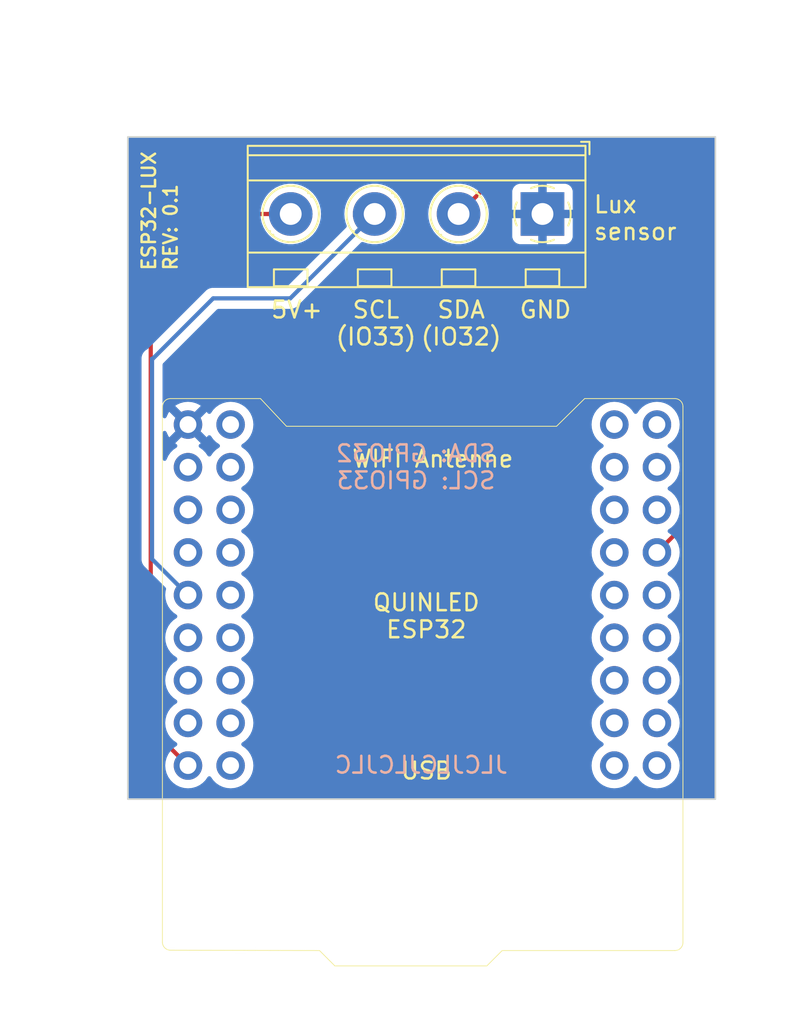
<source format=kicad_pcb>
(kicad_pcb (version 20240108) (generator "pcbnew") (generator_version "8.0")
  (layers (0 "F.Cu" signal) (31 "B.Cu" signal) (34 "B.Paste" user) (35 "F.Paste" user) (36 "B.SilkS" user "B.Silkscreen") (37 "F.SilkS" user "F.Silkscreen") (38 "B.Mask" user) (39 "F.Mask" user) (44 "Edge.Cuts" user))
  (net 0 "")
  (net 1 "GND")
  (net 2 "GPIO33")
  (net 5 "GPIO32")
  (net 9 "+5V")
  (footprint "QuinLED-ESP32:QuinLED-ESP32" (layer "F.Cu") (at 142.112393 93.220133)
    (property "Reference" "U1" (hide yes))
    (property "Value" "QuinLED-ESP32")
    (fp_line (start -15.5956 -15.6464) (end -15.5956 16.26108) (stroke (width 0.05)) (layer "F.SilkS"))
    (fp_line (start -15.113 -16.129) (end -9.7536 -16.129) (stroke (width 0.05)) (layer "F.SilkS"))
    (fp_line (start -15.113 16.74368) (end -6.2357 16.764) (stroke (width 0.05)) (layer "F.SilkS"))
    (fp_line (start -9.7536 -16.129) (end -8.2042 -14.478) (stroke (width 0.05)) (layer "F.SilkS"))
    (fp_line (start -8.2042 -14.478) (end 7.8867 -14.478) (stroke (width 0.05)) (layer "F.SilkS"))
    (fp_line (start -5.3213 17.6784) (end -6.2357 16.764) (stroke (width 0.05)) (layer "F.SilkS"))
    (fp_line (start -5.3213 17.6784) (end 3.7338 17.6784) (stroke (width 0.05)) (layer "F.SilkS"))
    (fp_line (start 3.7338 17.6784) (end 4.6482 16.764) (stroke (width 0.05)) (layer "F.SilkS"))
    (fp_line (start 4.6482 16.764) (end 14.9352 16.764) (stroke (width 0.05)) (layer "F.SilkS"))
    (fp_line (start 7.8867 -14.478) (end 9.5631 -16.129) (stroke (width 0.05)) (layer "F.SilkS"))
    (fp_line (start 9.5631 -16.129) (end 14.9352 -16.129) (stroke (width 0.05)) (layer "F.SilkS"))
    (fp_line (start 15.4178 -15.6464) (end 15.4178 16.2814) (stroke (width 0.05)) (layer "F.SilkS"))
    (fp_arc (start -15.5956 -15.6464) (mid -15.45425 -15.98765) (end -15.113 -16.129) (stroke (width 0.05)) (layer "F.SilkS"))
    (fp_arc (start -15.113 16.74368) (mid -15.45425 16.60233) (end -15.5956 16.26108) (stroke (width 0.05)) (layer "F.SilkS"))
    (fp_arc (start 14.9352 -16.129) (mid 15.27645 -15.98765) (end 15.4178 -15.6464) (stroke (width 0.05)) (layer "F.SilkS"))
    (fp_arc (start 15.4178 16.2814) (mid 15.27645 16.62265) (end 14.9352 16.764) (stroke (width 0.05)) (layer "F.SilkS"))
    (pad "1" thru_hole circle (at -14.0716 -14.5796) (size 1.7 1.7) (drill 1) (layers "*.Cu" "*.Mask") (net 1 "GND"))
    (pad "2" thru_hole circle (at -14.0716 -12.0396) (size 1.7 1.7) (drill 1) (layers "*.Cu" "*.Mask"))
    (pad "3" thru_hole circle (at -14.0716 -9.4996) (size 1.7 1.7) (drill 1) (layers "*.Cu" "*.Mask"))
    (pad "4" thru_hole circle (at -14.0716 -6.9596) (size 1.7 1.7) (drill 1) (layers "*.Cu" "*.Mask"))
    (pad "5" thru_hole circle (at -14.0716 -4.4196) (size 1.7 1.7) (drill 1) (layers "*.Cu" "*.Mask") (net 2 "GPIO33"))
    (pad "6" thru_hole circle (at -14.0716 -1.8796) (size 1.7 1.7) (drill 1) (layers "*.Cu" "*.Mask"))
    (pad "7" thru_hole circle (at -14.0716 0.6604) (size 1.7 1.7) (drill 1) (layers "*.Cu" "*.Mask"))
    (pad "8" thru_hole circle (at -14.0716 3.2004) (size 1.7 1.7) (drill 1) (layers "*.Cu" "*.Mask"))
    (pad "9" thru_hole circle (at -14.0716 5.7404) (size 1.7 1.7) (drill 1) (layers "*.Cu" "*.Mask") (net 9 "+5V"))
    (pad "10" thru_hole circle (at -11.5316 -14.5796) (size 1.7 1.7) (drill 1) (layers "*.Cu" "*.Mask"))
    (pad "11" thru_hole circle (at -11.5316 -12.0396) (size 1.7 1.7) (drill 1) (layers "*.Cu" "*.Mask"))
    (pad "12" thru_hole circle (at -11.5316 -9.4996) (size 1.7 1.7) (drill 1) (layers "*.Cu" "*.Mask"))
    (pad "13" thru_hole circle (at -11.5316 -6.9596) (size 1.7 1.7) (drill 1) (layers "*.Cu" "*.Mask"))
    (pad "14" thru_hole circle (at -11.5316 -4.4196) (size 1.7 1.7) (drill 1) (layers "*.Cu" "*.Mask"))
    (pad "15" thru_hole circle (at -11.5316 -1.8796) (size 1.7 1.7) (drill 1) (layers "*.Cu" "*.Mask"))
    (pad "16" thru_hole circle (at -11.5316 0.6604) (size 1.7 1.7) (drill 1) (layers "*.Cu" "*.Mask"))
    (pad "17" thru_hole circle (at -11.5316 3.2004) (size 1.7 1.7) (drill 1) (layers "*.Cu" "*.Mask"))
    (pad "18" thru_hole circle (at -11.5316 5.7404) (size 1.7 1.7) (drill 1) (layers "*.Cu" "*.Mask"))
    (pad "19" thru_hole circle (at 11.3284 -14.5796) (size 1.7 1.7) (drill 1) (layers "*.Cu" "*.Mask"))
    (pad "20" thru_hole circle (at 11.3284 -12.0396) (size 1.7 1.7) (drill 1) (layers "*.Cu" "*.Mask"))
    (pad "21" thru_hole circle (at 11.3284 -9.4996) (size 1.7 1.7) (drill 1) (layers "*.Cu" "*.Mask"))
    (pad "22" thru_hole circle (at 11.3284 -6.9596) (size 1.7 1.7) (drill 1) (layers "*.Cu" "*.Mask"))
    (pad "23" thru_hole circle (at 11.3284 -4.4196) (size 1.7 1.7) (drill 1) (layers "*.Cu" "*.Mask"))
    (pad "24" thru_hole circle (at 11.3284 -1.8796) (size 1.7 1.7) (drill 1) (layers "*.Cu" "*.Mask"))
    (pad "25" thru_hole circle (at 11.3284 0.6604) (size 1.7 1.7) (drill 1) (layers "*.Cu" "*.Mask"))
    (pad "26" thru_hole circle (at 11.3284 3.2004) (size 1.7 1.7) (drill 1) (layers "*.Cu" "*.Mask"))
    (pad "27" thru_hole circle (at 11.3284 5.7404) (size 1.7 1.7) (drill 1) (layers "*.Cu" "*.Mask"))
    (pad "28" thru_hole circle (at 13.8684 -14.5796) (size 1.7 1.7) (drill 1) (layers "*.Cu" "*.Mask"))
    (pad "29" thru_hole circle (at 13.8684 -12.0396) (size 1.7 1.7) (drill 1) (layers "*.Cu" "*.Mask"))
    (pad "30" thru_hole circle (at 13.8684 -9.4996) (size 1.7 1.7) (drill 1) (layers "*.Cu" "*.Mask"))
    (pad "31" thru_hole circle (at 13.8684 -6.9596) (size 1.7 1.7) (drill 1) (layers "*.Cu" "*.Mask") (net 5 "GPIO32"))
    (pad "32" thru_hole circle (at 13.8684 -4.4196) (size 1.7 1.7) (drill 1) (layers "*.Cu" "*.Mask"))
    (pad "33" thru_hole circle (at 13.8684 -1.8796) (size 1.7 1.7) (drill 1) (layers "*.Cu" "*.Mask"))
    (pad "34" thru_hole circle (at 13.8684 0.6604) (size 1.7 1.7) (drill 1) (layers "*.Cu" "*.Mask"))
    (pad "35" thru_hole circle (at 13.8684 3.2004) (size 1.7 1.7) (drill 1) (layers "*.Cu" "*.Mask"))
    (pad "36" thru_hole circle (at 13.8684 5.7404) (size 1.7 1.7) (drill 1) (layers "*.Cu" "*.Mask"))
  )
  (footprint "TerminalBlock_MetzConnect:TerminalBlock_MetzConnect_Type094_RT03504HBLU_1x04_P5.00mm_Horizontal" (layer "F.Cu") (at 149.16101 66.091422 180)
    (property "Reference" "J1" (hide yes))
    (property "Value" "Screw_Terminal_01x04")
    (fp_line (start 17.561 -4.36) (end 17.561 4.06) (stroke (width 0.12)) (layer "F.SilkS"))
    (fp_line (start 16.275 -1.069) (end 16.228 -1.023) (stroke (width 0.12)) (layer "F.SilkS"))
    (fp_line (start 16.07 -1.275) (end 16.035 -1.239) (stroke (width 0.12)) (layer "F.SilkS"))
    (fp_line (start 16 -4.3) (end 16 -3.3) (stroke (width 0.12)) (layer "F.SilkS"))
    (fp_line (start 14 -3.3) (end 16 -3.3) (stroke (width 0.12)) (layer "F.SilkS"))
    (fp_line (start 14 -4.3) (end 16 -4.3) (stroke (width 0.12)) (layer "F.SilkS"))
    (fp_line (start 14 -4.3) (end 14 -3.3) (stroke (width 0.12)) (layer "F.SilkS"))
    (fp_line (start 13.966 1.239) (end 13.931 1.274) (stroke (width 0.12)) (layer "F.SilkS"))
    (fp_line (start 13.773 1.023) (end 13.726 1.069) (stroke (width 0.12)) (layer "F.SilkS"))
    (fp_line (start 11.275 -1.069) (end 11.228 -1.023) (stroke (width 0.12)) (layer "F.SilkS"))
    (fp_line (start 11.07 -1.275) (end 11.035 -1.239) (stroke (width 0.12)) (layer "F.SilkS"))
    (fp_line (start 11 -4.3) (end 11 -3.3) (stroke (width 0.12)) (layer "F.SilkS"))
    (fp_line (start 9 -3.3) (end 11 -3.3) (stroke (width 0.12)) (layer "F.SilkS"))
    (fp_line (start 9 -4.3) (end 11 -4.3) (stroke (width 0.12)) (layer "F.SilkS"))
    (fp_line (start 9 -4.3) (end 9 -3.3) (stroke (width 0.12)) (layer "F.SilkS"))
    (fp_line (start 8.966 1.239) (end 8.931 1.274) (stroke (width 0.12)) (layer "F.SilkS"))
    (fp_line (start 8.773 1.023) (end 8.726 1.069) (stroke (width 0.12)) (layer "F.SilkS"))
    (fp_line (start 6.275 -1.069) (end 6.228 -1.023) (stroke (width 0.12)) (layer "F.SilkS"))
    (fp_line (start 6.07 -1.275) (end 6.035 -1.239) (stroke (width 0.12)) (layer "F.SilkS"))
    (fp_line (start 6 -4.3) (end 6 -3.3) (stroke (width 0.12)) (layer "F.SilkS"))
    (fp_line (start 4 -3.3) (end 6 -3.3) (stroke (width 0.12)) (layer "F.SilkS"))
    (fp_line (start 4 -4.3) (end 6 -4.3) (stroke (width 0.12)) (layer "F.SilkS"))
    (fp_line (start 4 -4.3) (end 4 -3.3) (stroke (width 0.12)) (layer "F.SilkS"))
    (fp_line (start 3.966 1.239) (end 3.931 1.274) (stroke (width 0.12)) (layer "F.SilkS"))
    (fp_line (start 3.773 1.023) (end 3.726 1.069) (stroke (width 0.12)) (layer "F.SilkS"))
    (fp_line (start 1 -4.3) (end 1 -3.3) (stroke (width 0.12)) (layer "F.SilkS"))
    (fp_line (start -1 -3.3) (end 1 -3.3) (stroke (width 0.12)) (layer "F.SilkS"))
    (fp_line (start -1 -4.3) (end 1 -4.3) (stroke (width 0.12)) (layer "F.SilkS"))
    (fp_line (start -1 -4.3) (end -1 -3.3) (stroke (width 0.12)) (layer "F.SilkS"))
    (fp_line (start -2.56 4.06) (end 17.561 4.06) (stroke (width 0.12)) (layer "F.SilkS"))
    (fp_line (start -2.56 3.5) (end 17.561 3.5) (stroke (width 0.12)) (layer "F.SilkS"))
    (fp_line (start -2.56 2) (end 17.561 2) (stroke (width 0.12)) (layer "F.SilkS"))
    (fp_line (start -2.56 -2.301) (end 17.561 -2.301) (stroke (width 0.12)) (layer "F.SilkS"))
    (fp_line (start -2.56 -4.36) (end 17.561 -4.36) (stroke (width 0.12)) (layer "F.SilkS"))
    (fp_line (start -2.56 -4.36) (end -2.56 4.06) (stroke (width 0.12)) (layer "F.SilkS"))
    (fp_line (start -2.8 4.3) (end -2.3 4.3) (stroke (width 0.12)) (layer "F.SilkS"))
    (fp_line (start -2.8 3.56) (end -2.8 4.3) (stroke (width 0.12)) (layer "F.SilkS"))
    (fp_arc (start 1.535427 -0.683042) (mid 1.680501 0.000524) (end 1.535 0.684) (stroke (width 0.12)) (layer "F.SilkS"))
    (fp_arc (start 0.683318 1.534756) (mid 0.349292 1.643288) (end 0 1.68) (stroke (width 0.12)) (layer "F.SilkS"))
    (fp_arc (start 0.028805 1.680253) (mid -0.335551 1.646659) (end -0.684 1.535) (stroke (width 0.12)) (layer "F.SilkS"))
    (fp_arc (start -0.683042 -1.535427) (mid 0.000524 -1.680501) (end 0.684 -1.535) (stroke (width 0.12)) (layer "F.SilkS"))
    (fp_arc (start -1.535427 0.683042) (mid -1.680501 -0.000524) (end -1.535 -0.684) (stroke (width 0.12)) (layer "F.SilkS"))
    (fp_circle (center 15 0) (end 16.68 0) (stroke (width 0.12)) (fill none) (layer "F.SilkS"))
    (fp_circle (center 10 0) (end 11.68 0) (stroke (width 0.12)) (fill none) (layer "F.SilkS"))
    (fp_circle (center 5 0) (end 6.68 0) (stroke (width 0.12)) (fill none) (layer "F.SilkS"))
    (pad "1" thru_hole rect (at 0 0 180) (size 2.6 2.6) (drill 1.3) (layers "*.Cu" "*.Mask") (net 1 "GND"))
    (pad "2" thru_hole circle (at 5 0 180) (size 2.6 2.6) (drill 1.3) (layers "*.Cu" "*.Mask") (net 5 "GPIO32"))
    (pad "3" thru_hole circle (at 10 0 180) (size 2.6 2.6) (drill 1.3) (layers "*.Cu" "*.Mask") (net 2 "GPIO33"))
    (pad "4" thru_hole circle (at 15 0 180) (size 2.6 2.6) (drill 1.3) (layers "*.Cu" "*.Mask") (net 9 "+5V"))
  )
  (gr_rect (start 124.46 61.500763) (end 159.46 100.96) (stroke (width 0.1)) (fill none) (layer "Edge.Cuts"))
  (gr_text "SDA: GPIO32\nSCL: GPIO33" (at 146.443963 82.56007 0) (layer "B.SilkS") (effects (font (size 1 1)) (justify left bottom mirror)))
  (gr_text "JLCJLCJLCJLC" (at 147.178601 99.509164 0) (layer "B.SilkS") (effects (font (size 1 1)) (justify left bottom mirror)))
  (gr_text "SDA\n(IO32)" (at 144.316808 73.992392 0) (layer "F.SilkS") (effects (font (size 1 1)) (justify bottom)))
  (gr_text "Lux\nsensor" (at 152.138942 67.722238 0) (layer "F.SilkS") (effects (font (size 1 1)) (justify left bottom)))
  (gr_text "USB" (at 140.647747 99.854277 0) (layer "F.SilkS") (effects (font (size 1 1)) (justify left bottom)))
  (gr_text "SCL\n(IO33)" (at 139.240164 73.992392 0) (layer "F.SilkS") (effects (font (size 1 1)) (justify bottom)))
  (gr_text "QUINLED\nESP32" (at 142.24 91.44 0) (layer "F.SilkS") (effects (font (size 1 1)) (justify bottom)))
  (gr_text "ESP32-LUX\nREV: 0.1" (at 127.469482 69.532814 90) (layer "F.SilkS") (effects (font (size 0.8 0.8)) (justify left bottom)))
  (gr_text "WIFI Antenne" (at 137.742379 81.269185 0) (layer "F.SilkS") (effects (font (size 1 1)) (justify left bottom)))
  (gr_text "5V+" (at 132.903058 72.382448 0) (layer "F.SilkS") (effects (font (size 1 1)) (justify left bottom)))
  (gr_text "GND" (at 147.715223 72.382448 0) (layer "F.SilkS") (effects (font (size 1 1)) (justify left bottom)))
  (segment (start 129.54 71.12) (end 134.132432 71.12) (width 0.25) (layer "B.Cu") (net 2))
  (segment (start 134.132432 71.12) (end 139.16101 66.091422) (width 0.25) (layer "B.Cu") (net 2))
  (segment (start 125.898014 86.657754) (end 128.040793 88.800533) (width 0.25) (layer "B.Cu") (net 2))
  (segment (start 129.54 71.12) (end 125.944708 74.715292) (width 0.25) (layer "B.Cu") (net 2))
  (segment (start 125.898014 74.715292) (end 125.898014 86.657754) (width 0.25) (layer "B.Cu") (net 2))
  (segment (start 125.944708 74.715292) (end 125.898014 74.715292) (width 0.25) (layer "B.Cu") (net 2))
  (segment (start 158.348524 66.908524) (end 154.543098 63.103098) (width 0.25) (layer "F.Cu") (net 5))
  (segment (start 154.543098 63.103098) (end 147.149334 63.103098) (width 0.25) (layer "F.Cu") (net 5))
  (segment (start 147.149334 63.103098) (end 144.16101 66.091422) (width 0.25) (layer "F.Cu") (net 5))
  (segment (start 155.980793 86.260533) (end 158.348524 83.892802) (width 0.25) (layer "F.Cu") (net 5))
  (segment (start 158.348524 83.892802) (end 158.348524 66.908524) (width 0.25) (layer "F.Cu") (net 5))
  (segment (start 130.202867 66.091422) (end 134.16101 66.091422) (width 0.25) (layer "F.Cu") (net 9))
  (segment (start 125.820822 70.473467) (end 125.820822 96.740562) (width 0.25) (layer "F.Cu") (net 9))
  (segment (start 125.820822 70.473467) (end 130.202867 66.091422) (width 0.25) (layer "F.Cu") (net 9))
  (segment (start 125.820822 96.740562) (end 128.040793 98.960533) (width 0.25) (layer "F.Cu") (net 9))
  (zone (net 1) (net_name "GND") (layer "B.Cu") (connect_pads (clearance 0.5)) (min_thickness 0.25) (fill yes (thermal_gap 0.5) (thermal_bridge_width 0.5))
    (polygon (pts (xy 116.84 53.34) (xy 116.84 114.3) (xy 165.1 114.3) (xy 165.1 53.34)))
  )
)
</source>
